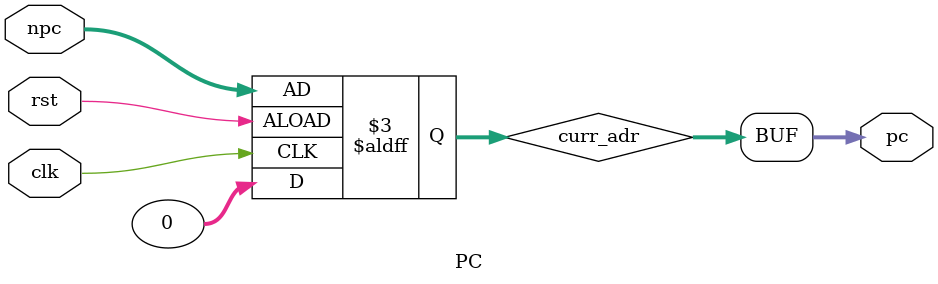
<source format=v>
`include "defines.vh"
module PC (
    input wire [31:0] npc,
    input wire rst,
    input wire clk,
    output wire [31:0] pc
);
    reg [31:0] curr_adr;
    
    always @(posedge clk or negedge rst) begin
        if (rst == 1) begin
        `ifdef RUN_TRACE
            curr_adr <= -8;
	`else
            curr_adr <= 0;
	`endif
        end else
            curr_adr <= npc;
    end

    assign pc = curr_adr;
endmodule

</source>
